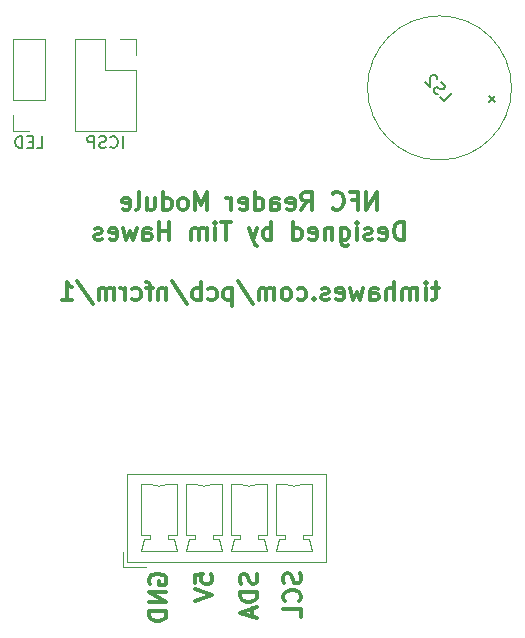
<source format=gbo>
G04 #@! TF.GenerationSoftware,KiCad,Pcbnew,(5.1.2-1)-1*
G04 #@! TF.CreationDate,2019-07-21T21:30:42+01:00*
G04 #@! TF.ProjectId,nfc_reader_module,6e66635f-7265-4616-9465-725f6d6f6475,rev?*
G04 #@! TF.SameCoordinates,Original*
G04 #@! TF.FileFunction,Legend,Bot*
G04 #@! TF.FilePolarity,Positive*
%FSLAX46Y46*%
G04 Gerber Fmt 4.6, Leading zero omitted, Abs format (unit mm)*
G04 Created by KiCad (PCBNEW (5.1.2-1)-1) date 2019-07-21 21:30:42*
%MOMM*%
%LPD*%
G04 APERTURE LIST*
%ADD10C,0.300000*%
%ADD11C,0.120000*%
%ADD12C,0.150000*%
G04 APERTURE END LIST*
D10*
X156430000Y-82973571D02*
X156430000Y-81473571D01*
X155572857Y-82973571D01*
X155572857Y-81473571D01*
X154358571Y-82187857D02*
X154858571Y-82187857D01*
X154858571Y-82973571D02*
X154858571Y-81473571D01*
X154144285Y-81473571D01*
X152715714Y-82830714D02*
X152787142Y-82902142D01*
X153001428Y-82973571D01*
X153144285Y-82973571D01*
X153358571Y-82902142D01*
X153501428Y-82759285D01*
X153572857Y-82616428D01*
X153644285Y-82330714D01*
X153644285Y-82116428D01*
X153572857Y-81830714D01*
X153501428Y-81687857D01*
X153358571Y-81545000D01*
X153144285Y-81473571D01*
X153001428Y-81473571D01*
X152787142Y-81545000D01*
X152715714Y-81616428D01*
X150072857Y-82973571D02*
X150572857Y-82259285D01*
X150930000Y-82973571D02*
X150930000Y-81473571D01*
X150358571Y-81473571D01*
X150215714Y-81545000D01*
X150144285Y-81616428D01*
X150072857Y-81759285D01*
X150072857Y-81973571D01*
X150144285Y-82116428D01*
X150215714Y-82187857D01*
X150358571Y-82259285D01*
X150930000Y-82259285D01*
X148858571Y-82902142D02*
X149001428Y-82973571D01*
X149287142Y-82973571D01*
X149430000Y-82902142D01*
X149501428Y-82759285D01*
X149501428Y-82187857D01*
X149430000Y-82045000D01*
X149287142Y-81973571D01*
X149001428Y-81973571D01*
X148858571Y-82045000D01*
X148787142Y-82187857D01*
X148787142Y-82330714D01*
X149501428Y-82473571D01*
X147501428Y-82973571D02*
X147501428Y-82187857D01*
X147572857Y-82045000D01*
X147715714Y-81973571D01*
X148001428Y-81973571D01*
X148144285Y-82045000D01*
X147501428Y-82902142D02*
X147644285Y-82973571D01*
X148001428Y-82973571D01*
X148144285Y-82902142D01*
X148215714Y-82759285D01*
X148215714Y-82616428D01*
X148144285Y-82473571D01*
X148001428Y-82402142D01*
X147644285Y-82402142D01*
X147501428Y-82330714D01*
X146144285Y-82973571D02*
X146144285Y-81473571D01*
X146144285Y-82902142D02*
X146287142Y-82973571D01*
X146572857Y-82973571D01*
X146715714Y-82902142D01*
X146787142Y-82830714D01*
X146858571Y-82687857D01*
X146858571Y-82259285D01*
X146787142Y-82116428D01*
X146715714Y-82045000D01*
X146572857Y-81973571D01*
X146287142Y-81973571D01*
X146144285Y-82045000D01*
X144858571Y-82902142D02*
X145001428Y-82973571D01*
X145287142Y-82973571D01*
X145430000Y-82902142D01*
X145501428Y-82759285D01*
X145501428Y-82187857D01*
X145430000Y-82045000D01*
X145287142Y-81973571D01*
X145001428Y-81973571D01*
X144858571Y-82045000D01*
X144787142Y-82187857D01*
X144787142Y-82330714D01*
X145501428Y-82473571D01*
X144144285Y-82973571D02*
X144144285Y-81973571D01*
X144144285Y-82259285D02*
X144072857Y-82116428D01*
X144001428Y-82045000D01*
X143858571Y-81973571D01*
X143715714Y-81973571D01*
X142072857Y-82973571D02*
X142072857Y-81473571D01*
X141572857Y-82545000D01*
X141072857Y-81473571D01*
X141072857Y-82973571D01*
X140144285Y-82973571D02*
X140287142Y-82902142D01*
X140358571Y-82830714D01*
X140430000Y-82687857D01*
X140430000Y-82259285D01*
X140358571Y-82116428D01*
X140287142Y-82045000D01*
X140144285Y-81973571D01*
X139930000Y-81973571D01*
X139787142Y-82045000D01*
X139715714Y-82116428D01*
X139644285Y-82259285D01*
X139644285Y-82687857D01*
X139715714Y-82830714D01*
X139787142Y-82902142D01*
X139930000Y-82973571D01*
X140144285Y-82973571D01*
X138358571Y-82973571D02*
X138358571Y-81473571D01*
X138358571Y-82902142D02*
X138501428Y-82973571D01*
X138787142Y-82973571D01*
X138930000Y-82902142D01*
X139001428Y-82830714D01*
X139072857Y-82687857D01*
X139072857Y-82259285D01*
X139001428Y-82116428D01*
X138930000Y-82045000D01*
X138787142Y-81973571D01*
X138501428Y-81973571D01*
X138358571Y-82045000D01*
X137001428Y-81973571D02*
X137001428Y-82973571D01*
X137644285Y-81973571D02*
X137644285Y-82759285D01*
X137572857Y-82902142D01*
X137430000Y-82973571D01*
X137215714Y-82973571D01*
X137072857Y-82902142D01*
X137001428Y-82830714D01*
X136072857Y-82973571D02*
X136215714Y-82902142D01*
X136287142Y-82759285D01*
X136287142Y-81473571D01*
X134930000Y-82902142D02*
X135072857Y-82973571D01*
X135358571Y-82973571D01*
X135501428Y-82902142D01*
X135572857Y-82759285D01*
X135572857Y-82187857D01*
X135501428Y-82045000D01*
X135358571Y-81973571D01*
X135072857Y-81973571D01*
X134930000Y-82045000D01*
X134858571Y-82187857D01*
X134858571Y-82330714D01*
X135572857Y-82473571D01*
X158751428Y-85523571D02*
X158751428Y-84023571D01*
X158394285Y-84023571D01*
X158180000Y-84095000D01*
X158037142Y-84237857D01*
X157965714Y-84380714D01*
X157894285Y-84666428D01*
X157894285Y-84880714D01*
X157965714Y-85166428D01*
X158037142Y-85309285D01*
X158180000Y-85452142D01*
X158394285Y-85523571D01*
X158751428Y-85523571D01*
X156680000Y-85452142D02*
X156822857Y-85523571D01*
X157108571Y-85523571D01*
X157251428Y-85452142D01*
X157322857Y-85309285D01*
X157322857Y-84737857D01*
X157251428Y-84595000D01*
X157108571Y-84523571D01*
X156822857Y-84523571D01*
X156680000Y-84595000D01*
X156608571Y-84737857D01*
X156608571Y-84880714D01*
X157322857Y-85023571D01*
X156037142Y-85452142D02*
X155894285Y-85523571D01*
X155608571Y-85523571D01*
X155465714Y-85452142D01*
X155394285Y-85309285D01*
X155394285Y-85237857D01*
X155465714Y-85095000D01*
X155608571Y-85023571D01*
X155822857Y-85023571D01*
X155965714Y-84952142D01*
X156037142Y-84809285D01*
X156037142Y-84737857D01*
X155965714Y-84595000D01*
X155822857Y-84523571D01*
X155608571Y-84523571D01*
X155465714Y-84595000D01*
X154751428Y-85523571D02*
X154751428Y-84523571D01*
X154751428Y-84023571D02*
X154822857Y-84095000D01*
X154751428Y-84166428D01*
X154680000Y-84095000D01*
X154751428Y-84023571D01*
X154751428Y-84166428D01*
X153394285Y-84523571D02*
X153394285Y-85737857D01*
X153465714Y-85880714D01*
X153537142Y-85952142D01*
X153680000Y-86023571D01*
X153894285Y-86023571D01*
X154037142Y-85952142D01*
X153394285Y-85452142D02*
X153537142Y-85523571D01*
X153822857Y-85523571D01*
X153965714Y-85452142D01*
X154037142Y-85380714D01*
X154108571Y-85237857D01*
X154108571Y-84809285D01*
X154037142Y-84666428D01*
X153965714Y-84595000D01*
X153822857Y-84523571D01*
X153537142Y-84523571D01*
X153394285Y-84595000D01*
X152680000Y-84523571D02*
X152680000Y-85523571D01*
X152680000Y-84666428D02*
X152608571Y-84595000D01*
X152465714Y-84523571D01*
X152251428Y-84523571D01*
X152108571Y-84595000D01*
X152037142Y-84737857D01*
X152037142Y-85523571D01*
X150751428Y-85452142D02*
X150894285Y-85523571D01*
X151180000Y-85523571D01*
X151322857Y-85452142D01*
X151394285Y-85309285D01*
X151394285Y-84737857D01*
X151322857Y-84595000D01*
X151180000Y-84523571D01*
X150894285Y-84523571D01*
X150751428Y-84595000D01*
X150680000Y-84737857D01*
X150680000Y-84880714D01*
X151394285Y-85023571D01*
X149394285Y-85523571D02*
X149394285Y-84023571D01*
X149394285Y-85452142D02*
X149537142Y-85523571D01*
X149822857Y-85523571D01*
X149965714Y-85452142D01*
X150037142Y-85380714D01*
X150108571Y-85237857D01*
X150108571Y-84809285D01*
X150037142Y-84666428D01*
X149965714Y-84595000D01*
X149822857Y-84523571D01*
X149537142Y-84523571D01*
X149394285Y-84595000D01*
X147537142Y-85523571D02*
X147537142Y-84023571D01*
X147537142Y-84595000D02*
X147394285Y-84523571D01*
X147108571Y-84523571D01*
X146965714Y-84595000D01*
X146894285Y-84666428D01*
X146822857Y-84809285D01*
X146822857Y-85237857D01*
X146894285Y-85380714D01*
X146965714Y-85452142D01*
X147108571Y-85523571D01*
X147394285Y-85523571D01*
X147537142Y-85452142D01*
X146322857Y-84523571D02*
X145965714Y-85523571D01*
X145608571Y-84523571D02*
X145965714Y-85523571D01*
X146108571Y-85880714D01*
X146180000Y-85952142D01*
X146322857Y-86023571D01*
X144108571Y-84023571D02*
X143251428Y-84023571D01*
X143680000Y-85523571D02*
X143680000Y-84023571D01*
X142751428Y-85523571D02*
X142751428Y-84523571D01*
X142751428Y-84023571D02*
X142822857Y-84095000D01*
X142751428Y-84166428D01*
X142680000Y-84095000D01*
X142751428Y-84023571D01*
X142751428Y-84166428D01*
X142037142Y-85523571D02*
X142037142Y-84523571D01*
X142037142Y-84666428D02*
X141965714Y-84595000D01*
X141822857Y-84523571D01*
X141608571Y-84523571D01*
X141465714Y-84595000D01*
X141394285Y-84737857D01*
X141394285Y-85523571D01*
X141394285Y-84737857D02*
X141322857Y-84595000D01*
X141180000Y-84523571D01*
X140965714Y-84523571D01*
X140822857Y-84595000D01*
X140751428Y-84737857D01*
X140751428Y-85523571D01*
X138894285Y-85523571D02*
X138894285Y-84023571D01*
X138894285Y-84737857D02*
X138037142Y-84737857D01*
X138037142Y-85523571D02*
X138037142Y-84023571D01*
X136680000Y-85523571D02*
X136680000Y-84737857D01*
X136751428Y-84595000D01*
X136894285Y-84523571D01*
X137180000Y-84523571D01*
X137322857Y-84595000D01*
X136680000Y-85452142D02*
X136822857Y-85523571D01*
X137180000Y-85523571D01*
X137322857Y-85452142D01*
X137394285Y-85309285D01*
X137394285Y-85166428D01*
X137322857Y-85023571D01*
X137180000Y-84952142D01*
X136822857Y-84952142D01*
X136680000Y-84880714D01*
X136108571Y-84523571D02*
X135822857Y-85523571D01*
X135537142Y-84809285D01*
X135251428Y-85523571D01*
X134965714Y-84523571D01*
X133822857Y-85452142D02*
X133965714Y-85523571D01*
X134251428Y-85523571D01*
X134394285Y-85452142D01*
X134465714Y-85309285D01*
X134465714Y-84737857D01*
X134394285Y-84595000D01*
X134251428Y-84523571D01*
X133965714Y-84523571D01*
X133822857Y-84595000D01*
X133751428Y-84737857D01*
X133751428Y-84880714D01*
X134465714Y-85023571D01*
X133180000Y-85452142D02*
X133037142Y-85523571D01*
X132751428Y-85523571D01*
X132608571Y-85452142D01*
X132537142Y-85309285D01*
X132537142Y-85237857D01*
X132608571Y-85095000D01*
X132751428Y-85023571D01*
X132965714Y-85023571D01*
X133108571Y-84952142D01*
X133180000Y-84809285D01*
X133180000Y-84737857D01*
X133108571Y-84595000D01*
X132965714Y-84523571D01*
X132751428Y-84523571D01*
X132608571Y-84595000D01*
X161680000Y-89623571D02*
X161108571Y-89623571D01*
X161465714Y-89123571D02*
X161465714Y-90409285D01*
X161394285Y-90552142D01*
X161251428Y-90623571D01*
X161108571Y-90623571D01*
X160608571Y-90623571D02*
X160608571Y-89623571D01*
X160608571Y-89123571D02*
X160680000Y-89195000D01*
X160608571Y-89266428D01*
X160537142Y-89195000D01*
X160608571Y-89123571D01*
X160608571Y-89266428D01*
X159894285Y-90623571D02*
X159894285Y-89623571D01*
X159894285Y-89766428D02*
X159822857Y-89695000D01*
X159680000Y-89623571D01*
X159465714Y-89623571D01*
X159322857Y-89695000D01*
X159251428Y-89837857D01*
X159251428Y-90623571D01*
X159251428Y-89837857D02*
X159180000Y-89695000D01*
X159037142Y-89623571D01*
X158822857Y-89623571D01*
X158680000Y-89695000D01*
X158608571Y-89837857D01*
X158608571Y-90623571D01*
X157894285Y-90623571D02*
X157894285Y-89123571D01*
X157251428Y-90623571D02*
X157251428Y-89837857D01*
X157322857Y-89695000D01*
X157465714Y-89623571D01*
X157680000Y-89623571D01*
X157822857Y-89695000D01*
X157894285Y-89766428D01*
X155894285Y-90623571D02*
X155894285Y-89837857D01*
X155965714Y-89695000D01*
X156108571Y-89623571D01*
X156394285Y-89623571D01*
X156537142Y-89695000D01*
X155894285Y-90552142D02*
X156037142Y-90623571D01*
X156394285Y-90623571D01*
X156537142Y-90552142D01*
X156608571Y-90409285D01*
X156608571Y-90266428D01*
X156537142Y-90123571D01*
X156394285Y-90052142D01*
X156037142Y-90052142D01*
X155894285Y-89980714D01*
X155322857Y-89623571D02*
X155037142Y-90623571D01*
X154751428Y-89909285D01*
X154465714Y-90623571D01*
X154180000Y-89623571D01*
X153037142Y-90552142D02*
X153180000Y-90623571D01*
X153465714Y-90623571D01*
X153608571Y-90552142D01*
X153680000Y-90409285D01*
X153680000Y-89837857D01*
X153608571Y-89695000D01*
X153465714Y-89623571D01*
X153180000Y-89623571D01*
X153037142Y-89695000D01*
X152965714Y-89837857D01*
X152965714Y-89980714D01*
X153680000Y-90123571D01*
X152394285Y-90552142D02*
X152251428Y-90623571D01*
X151965714Y-90623571D01*
X151822857Y-90552142D01*
X151751428Y-90409285D01*
X151751428Y-90337857D01*
X151822857Y-90195000D01*
X151965714Y-90123571D01*
X152180000Y-90123571D01*
X152322857Y-90052142D01*
X152394285Y-89909285D01*
X152394285Y-89837857D01*
X152322857Y-89695000D01*
X152180000Y-89623571D01*
X151965714Y-89623571D01*
X151822857Y-89695000D01*
X151108571Y-90480714D02*
X151037142Y-90552142D01*
X151108571Y-90623571D01*
X151180000Y-90552142D01*
X151108571Y-90480714D01*
X151108571Y-90623571D01*
X149751428Y-90552142D02*
X149894285Y-90623571D01*
X150180000Y-90623571D01*
X150322857Y-90552142D01*
X150394285Y-90480714D01*
X150465714Y-90337857D01*
X150465714Y-89909285D01*
X150394285Y-89766428D01*
X150322857Y-89695000D01*
X150180000Y-89623571D01*
X149894285Y-89623571D01*
X149751428Y-89695000D01*
X148894285Y-90623571D02*
X149037142Y-90552142D01*
X149108571Y-90480714D01*
X149180000Y-90337857D01*
X149180000Y-89909285D01*
X149108571Y-89766428D01*
X149037142Y-89695000D01*
X148894285Y-89623571D01*
X148680000Y-89623571D01*
X148537142Y-89695000D01*
X148465714Y-89766428D01*
X148394285Y-89909285D01*
X148394285Y-90337857D01*
X148465714Y-90480714D01*
X148537142Y-90552142D01*
X148680000Y-90623571D01*
X148894285Y-90623571D01*
X147751428Y-90623571D02*
X147751428Y-89623571D01*
X147751428Y-89766428D02*
X147680000Y-89695000D01*
X147537142Y-89623571D01*
X147322857Y-89623571D01*
X147180000Y-89695000D01*
X147108571Y-89837857D01*
X147108571Y-90623571D01*
X147108571Y-89837857D02*
X147037142Y-89695000D01*
X146894285Y-89623571D01*
X146680000Y-89623571D01*
X146537142Y-89695000D01*
X146465714Y-89837857D01*
X146465714Y-90623571D01*
X144680000Y-89052142D02*
X145965714Y-90980714D01*
X144180000Y-89623571D02*
X144180000Y-91123571D01*
X144180000Y-89695000D02*
X144037142Y-89623571D01*
X143751428Y-89623571D01*
X143608571Y-89695000D01*
X143537142Y-89766428D01*
X143465714Y-89909285D01*
X143465714Y-90337857D01*
X143537142Y-90480714D01*
X143608571Y-90552142D01*
X143751428Y-90623571D01*
X144037142Y-90623571D01*
X144180000Y-90552142D01*
X142180000Y-90552142D02*
X142322857Y-90623571D01*
X142608571Y-90623571D01*
X142751428Y-90552142D01*
X142822857Y-90480714D01*
X142894285Y-90337857D01*
X142894285Y-89909285D01*
X142822857Y-89766428D01*
X142751428Y-89695000D01*
X142608571Y-89623571D01*
X142322857Y-89623571D01*
X142180000Y-89695000D01*
X141537142Y-90623571D02*
X141537142Y-89123571D01*
X141537142Y-89695000D02*
X141394285Y-89623571D01*
X141108571Y-89623571D01*
X140965714Y-89695000D01*
X140894285Y-89766428D01*
X140822857Y-89909285D01*
X140822857Y-90337857D01*
X140894285Y-90480714D01*
X140965714Y-90552142D01*
X141108571Y-90623571D01*
X141394285Y-90623571D01*
X141537142Y-90552142D01*
X139108571Y-89052142D02*
X140394285Y-90980714D01*
X138608571Y-89623571D02*
X138608571Y-90623571D01*
X138608571Y-89766428D02*
X138537142Y-89695000D01*
X138394285Y-89623571D01*
X138180000Y-89623571D01*
X138037142Y-89695000D01*
X137965714Y-89837857D01*
X137965714Y-90623571D01*
X137465714Y-89623571D02*
X136894285Y-89623571D01*
X137251428Y-90623571D02*
X137251428Y-89337857D01*
X137180000Y-89195000D01*
X137037142Y-89123571D01*
X136894285Y-89123571D01*
X135751428Y-90552142D02*
X135894285Y-90623571D01*
X136180000Y-90623571D01*
X136322857Y-90552142D01*
X136394285Y-90480714D01*
X136465714Y-90337857D01*
X136465714Y-89909285D01*
X136394285Y-89766428D01*
X136322857Y-89695000D01*
X136180000Y-89623571D01*
X135894285Y-89623571D01*
X135751428Y-89695000D01*
X135108571Y-90623571D02*
X135108571Y-89623571D01*
X135108571Y-89909285D02*
X135037142Y-89766428D01*
X134965714Y-89695000D01*
X134822857Y-89623571D01*
X134680000Y-89623571D01*
X134180000Y-90623571D02*
X134180000Y-89623571D01*
X134180000Y-89766428D02*
X134108571Y-89695000D01*
X133965714Y-89623571D01*
X133751428Y-89623571D01*
X133608571Y-89695000D01*
X133537142Y-89837857D01*
X133537142Y-90623571D01*
X133537142Y-89837857D02*
X133465714Y-89695000D01*
X133322857Y-89623571D01*
X133108571Y-89623571D01*
X132965714Y-89695000D01*
X132894285Y-89837857D01*
X132894285Y-90623571D01*
X131108571Y-89052142D02*
X132394285Y-90980714D01*
X129822857Y-90623571D02*
X130680000Y-90623571D01*
X130251428Y-90623571D02*
X130251428Y-89123571D01*
X130394285Y-89337857D01*
X130537142Y-89480714D01*
X130680000Y-89552142D01*
X146277142Y-113800714D02*
X146348571Y-114015000D01*
X146348571Y-114372142D01*
X146277142Y-114515000D01*
X146205714Y-114586428D01*
X146062857Y-114657857D01*
X145920000Y-114657857D01*
X145777142Y-114586428D01*
X145705714Y-114515000D01*
X145634285Y-114372142D01*
X145562857Y-114086428D01*
X145491428Y-113943571D01*
X145420000Y-113872142D01*
X145277142Y-113800714D01*
X145134285Y-113800714D01*
X144991428Y-113872142D01*
X144920000Y-113943571D01*
X144848571Y-114086428D01*
X144848571Y-114443571D01*
X144920000Y-114657857D01*
X146348571Y-115300714D02*
X144848571Y-115300714D01*
X144848571Y-115657857D01*
X144920000Y-115872142D01*
X145062857Y-116015000D01*
X145205714Y-116086428D01*
X145491428Y-116157857D01*
X145705714Y-116157857D01*
X145991428Y-116086428D01*
X146134285Y-116015000D01*
X146277142Y-115872142D01*
X146348571Y-115657857D01*
X146348571Y-115300714D01*
X145920000Y-116729285D02*
X145920000Y-117443571D01*
X146348571Y-116586428D02*
X144848571Y-117086428D01*
X146348571Y-117586428D01*
X149977142Y-113760714D02*
X150048571Y-113975000D01*
X150048571Y-114332142D01*
X149977142Y-114475000D01*
X149905714Y-114546428D01*
X149762857Y-114617857D01*
X149620000Y-114617857D01*
X149477142Y-114546428D01*
X149405714Y-114475000D01*
X149334285Y-114332142D01*
X149262857Y-114046428D01*
X149191428Y-113903571D01*
X149120000Y-113832142D01*
X148977142Y-113760714D01*
X148834285Y-113760714D01*
X148691428Y-113832142D01*
X148620000Y-113903571D01*
X148548571Y-114046428D01*
X148548571Y-114403571D01*
X148620000Y-114617857D01*
X149905714Y-116117857D02*
X149977142Y-116046428D01*
X150048571Y-115832142D01*
X150048571Y-115689285D01*
X149977142Y-115475000D01*
X149834285Y-115332142D01*
X149691428Y-115260714D01*
X149405714Y-115189285D01*
X149191428Y-115189285D01*
X148905714Y-115260714D01*
X148762857Y-115332142D01*
X148620000Y-115475000D01*
X148548571Y-115689285D01*
X148548571Y-115832142D01*
X148620000Y-116046428D01*
X148691428Y-116117857D01*
X150048571Y-117475000D02*
X150048571Y-116760714D01*
X148548571Y-116760714D01*
X141028571Y-114586428D02*
X141028571Y-113872142D01*
X141742857Y-113800714D01*
X141671428Y-113872142D01*
X141600000Y-114015000D01*
X141600000Y-114372142D01*
X141671428Y-114515000D01*
X141742857Y-114586428D01*
X141885714Y-114657857D01*
X142242857Y-114657857D01*
X142385714Y-114586428D01*
X142457142Y-114515000D01*
X142528571Y-114372142D01*
X142528571Y-114015000D01*
X142457142Y-113872142D01*
X142385714Y-113800714D01*
X141028571Y-115086428D02*
X142528571Y-115586428D01*
X141028571Y-116086428D01*
X137210000Y-114657857D02*
X137138571Y-114515000D01*
X137138571Y-114300714D01*
X137210000Y-114086428D01*
X137352857Y-113943571D01*
X137495714Y-113872142D01*
X137781428Y-113800714D01*
X137995714Y-113800714D01*
X138281428Y-113872142D01*
X138424285Y-113943571D01*
X138567142Y-114086428D01*
X138638571Y-114300714D01*
X138638571Y-114443571D01*
X138567142Y-114657857D01*
X138495714Y-114729285D01*
X137995714Y-114729285D01*
X137995714Y-114443571D01*
X138638571Y-115372142D02*
X137138571Y-115372142D01*
X138638571Y-116229285D01*
X137138571Y-116229285D01*
X138638571Y-116943571D02*
X137138571Y-116943571D01*
X137138571Y-117300714D01*
X137210000Y-117515000D01*
X137352857Y-117657857D01*
X137495714Y-117729285D01*
X137781428Y-117800714D01*
X137995714Y-117800714D01*
X138281428Y-117729285D01*
X138424285Y-117657857D01*
X138567142Y-117515000D01*
X138638571Y-117300714D01*
X138638571Y-116943571D01*
D11*
X134930000Y-113230000D02*
X136930000Y-113230000D01*
X134930000Y-111980000D02*
X134930000Y-113230000D01*
X150960000Y-106230000D02*
X150210000Y-106230000D01*
X150960000Y-110530000D02*
X150960000Y-106230000D01*
X150210000Y-110530000D02*
X150960000Y-110530000D01*
X150210000Y-110880000D02*
X150210000Y-110530000D01*
X150710000Y-110880000D02*
X150210000Y-110880000D01*
X150960000Y-111880000D02*
X150710000Y-110880000D01*
X147960000Y-111880000D02*
X150960000Y-111880000D01*
X148210000Y-110880000D02*
X147960000Y-111880000D01*
X148710000Y-110880000D02*
X148210000Y-110880000D01*
X148710000Y-110530000D02*
X148710000Y-110880000D01*
X147960000Y-110530000D02*
X148710000Y-110530000D01*
X147960000Y-106230000D02*
X147960000Y-110530000D01*
X148710000Y-106230000D02*
X147960000Y-106230000D01*
X147150000Y-106230000D02*
X146400000Y-106230000D01*
X147150000Y-110530000D02*
X147150000Y-106230000D01*
X146400000Y-110530000D02*
X147150000Y-110530000D01*
X146400000Y-110880000D02*
X146400000Y-110530000D01*
X146900000Y-110880000D02*
X146400000Y-110880000D01*
X147150000Y-111880000D02*
X146900000Y-110880000D01*
X144150000Y-111880000D02*
X147150000Y-111880000D01*
X144400000Y-110880000D02*
X144150000Y-111880000D01*
X144900000Y-110880000D02*
X144400000Y-110880000D01*
X144900000Y-110530000D02*
X144900000Y-110880000D01*
X144150000Y-110530000D02*
X144900000Y-110530000D01*
X144150000Y-106230000D02*
X144150000Y-110530000D01*
X144900000Y-106230000D02*
X144150000Y-106230000D01*
X143340000Y-106230000D02*
X142590000Y-106230000D01*
X143340000Y-110530000D02*
X143340000Y-106230000D01*
X142590000Y-110530000D02*
X143340000Y-110530000D01*
X142590000Y-110880000D02*
X142590000Y-110530000D01*
X143090000Y-110880000D02*
X142590000Y-110880000D01*
X143340000Y-111880000D02*
X143090000Y-110880000D01*
X140340000Y-111880000D02*
X143340000Y-111880000D01*
X140590000Y-110880000D02*
X140340000Y-111880000D01*
X141090000Y-110880000D02*
X140590000Y-110880000D01*
X141090000Y-110530000D02*
X141090000Y-110880000D01*
X140340000Y-110530000D02*
X141090000Y-110530000D01*
X140340000Y-106230000D02*
X140340000Y-110530000D01*
X141090000Y-106230000D02*
X140340000Y-106230000D01*
X139530000Y-106230000D02*
X138780000Y-106230000D01*
X139530000Y-110530000D02*
X139530000Y-106230000D01*
X138780000Y-110530000D02*
X139530000Y-110530000D01*
X138780000Y-110880000D02*
X138780000Y-110530000D01*
X139280000Y-110880000D02*
X138780000Y-110880000D01*
X139530000Y-111880000D02*
X139280000Y-110880000D01*
X136530000Y-111880000D02*
X139530000Y-111880000D01*
X136780000Y-110880000D02*
X136530000Y-111880000D01*
X137280000Y-110880000D02*
X136780000Y-110880000D01*
X137280000Y-110530000D02*
X137280000Y-110880000D01*
X136530000Y-110530000D02*
X137280000Y-110530000D01*
X136530000Y-106230000D02*
X136530000Y-110530000D01*
X137280000Y-106230000D02*
X136530000Y-106230000D01*
X152170000Y-112840000D02*
X135320000Y-112840000D01*
X152170000Y-105370000D02*
X152170000Y-112840000D01*
X135320000Y-105370000D02*
X152170000Y-105370000D01*
X135320000Y-112840000D02*
X135320000Y-105370000D01*
X150209647Y-106230155D02*
G75*
G02X148710000Y-106230000I-749647J1700155D01*
G01*
X146399647Y-106230155D02*
G75*
G02X144900000Y-106230000I-749647J1700155D01*
G01*
X142589647Y-106230155D02*
G75*
G02X141090000Y-106230000I-749647J1700155D01*
G01*
X138779647Y-106230155D02*
G75*
G02X137280000Y-106230000I-749647J1700155D01*
G01*
X167862993Y-72662994D02*
G75*
G03X167862993Y-72662994I-6099999J0D01*
G01*
X125670000Y-76300000D02*
X127000000Y-76300000D01*
X125670000Y-74970000D02*
X125670000Y-76300000D01*
X125670000Y-73700000D02*
X128330000Y-73700000D01*
X128330000Y-73700000D02*
X128330000Y-68560000D01*
X125670000Y-73700000D02*
X125670000Y-68560000D01*
X125670000Y-68560000D02*
X128330000Y-68560000D01*
X136070000Y-68560000D02*
X134740000Y-68560000D01*
X136070000Y-69890000D02*
X136070000Y-68560000D01*
X133470000Y-68560000D02*
X130870000Y-68560000D01*
X133470000Y-71160000D02*
X133470000Y-68560000D01*
X136070000Y-71160000D02*
X133470000Y-71160000D01*
X130870000Y-68560000D02*
X130870000Y-76300000D01*
X136070000Y-71160000D02*
X136070000Y-76300000D01*
X136070000Y-76300000D02*
X130870000Y-76300000D01*
D12*
X161804687Y-73454450D02*
X162141404Y-73791167D01*
X162848511Y-73084061D01*
X161636328Y-73218748D02*
X161501641Y-73151404D01*
X161333282Y-72983045D01*
X161299610Y-72882030D01*
X161299610Y-72814687D01*
X161333282Y-72713671D01*
X161400625Y-72646328D01*
X161501641Y-72612656D01*
X161568984Y-72612656D01*
X161670000Y-72646328D01*
X161838358Y-72747343D01*
X161939374Y-72781015D01*
X162006717Y-72781015D01*
X162107732Y-72747343D01*
X162175076Y-72679999D01*
X162208748Y-72578984D01*
X162208748Y-72511641D01*
X162175076Y-72410625D01*
X162006717Y-72242267D01*
X161872030Y-72174923D01*
X161568984Y-71939221D02*
X161568984Y-71871877D01*
X161535312Y-71770862D01*
X161366954Y-71602503D01*
X161265938Y-71568832D01*
X161198595Y-71568832D01*
X161097580Y-71602503D01*
X161030236Y-71669847D01*
X160962893Y-71804534D01*
X160962893Y-72612656D01*
X160525160Y-72174923D01*
X166471988Y-73880901D02*
X165933240Y-73342153D01*
X165933240Y-73880901D02*
X166471988Y-73342153D01*
X127652857Y-77752380D02*
X128129047Y-77752380D01*
X128129047Y-76752380D01*
X127319523Y-77228571D02*
X126986190Y-77228571D01*
X126843333Y-77752380D02*
X127319523Y-77752380D01*
X127319523Y-76752380D01*
X126843333Y-76752380D01*
X126414761Y-77752380D02*
X126414761Y-76752380D01*
X126176666Y-76752380D01*
X126033809Y-76800000D01*
X125938571Y-76895238D01*
X125890952Y-76990476D01*
X125843333Y-77180952D01*
X125843333Y-77323809D01*
X125890952Y-77514285D01*
X125938571Y-77609523D01*
X126033809Y-77704761D01*
X126176666Y-77752380D01*
X126414761Y-77752380D01*
X134946190Y-77752380D02*
X134946190Y-76752380D01*
X133898571Y-77657142D02*
X133946190Y-77704761D01*
X134089047Y-77752380D01*
X134184285Y-77752380D01*
X134327142Y-77704761D01*
X134422380Y-77609523D01*
X134470000Y-77514285D01*
X134517619Y-77323809D01*
X134517619Y-77180952D01*
X134470000Y-76990476D01*
X134422380Y-76895238D01*
X134327142Y-76800000D01*
X134184285Y-76752380D01*
X134089047Y-76752380D01*
X133946190Y-76800000D01*
X133898571Y-76847619D01*
X133517619Y-77704761D02*
X133374761Y-77752380D01*
X133136666Y-77752380D01*
X133041428Y-77704761D01*
X132993809Y-77657142D01*
X132946190Y-77561904D01*
X132946190Y-77466666D01*
X132993809Y-77371428D01*
X133041428Y-77323809D01*
X133136666Y-77276190D01*
X133327142Y-77228571D01*
X133422380Y-77180952D01*
X133470000Y-77133333D01*
X133517619Y-77038095D01*
X133517619Y-76942857D01*
X133470000Y-76847619D01*
X133422380Y-76800000D01*
X133327142Y-76752380D01*
X133089047Y-76752380D01*
X132946190Y-76800000D01*
X132517619Y-77752380D02*
X132517619Y-76752380D01*
X132136666Y-76752380D01*
X132041428Y-76800000D01*
X131993809Y-76847619D01*
X131946190Y-76942857D01*
X131946190Y-77085714D01*
X131993809Y-77180952D01*
X132041428Y-77228571D01*
X132136666Y-77276190D01*
X132517619Y-77276190D01*
M02*

</source>
